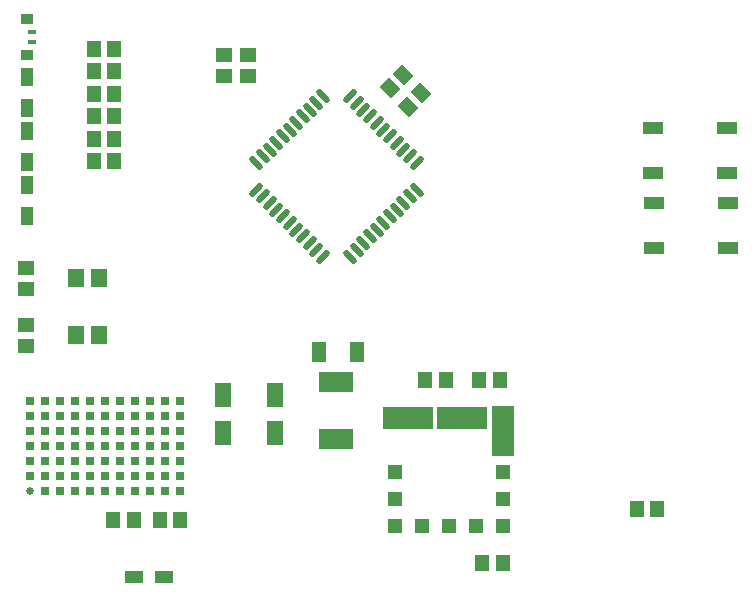
<source format=gtp>
G04 Layer_Color=8421504*
%FSLAX25Y25*%
%MOIN*%
G70*
G01*
G75*
%ADD10R,0.04528X0.05512*%
%ADD11R,0.05512X0.08268*%
%ADD12C,0.02500*%
%ADD13R,0.02500X0.02500*%
%ADD14R,0.05315X0.04528*%
G04:AMPARAMS|DCode=15|XSize=21.65mil|YSize=57.09mil|CornerRadius=0mil|HoleSize=0mil|Usage=FLASHONLY|Rotation=315.000|XOffset=0mil|YOffset=0mil|HoleType=Round|Shape=Round|*
%AMOVALD15*
21,1,0.03543,0.02165,0.00000,0.00000,45.0*
1,1,0.02165,-0.01253,-0.01253*
1,1,0.02165,0.01253,0.01253*
%
%ADD15OVALD15*%

G04:AMPARAMS|DCode=16|XSize=21.65mil|YSize=57.09mil|CornerRadius=0mil|HoleSize=0mil|Usage=FLASHONLY|Rotation=225.000|XOffset=0mil|YOffset=0mil|HoleType=Round|Shape=Round|*
%AMOVALD16*
21,1,0.03543,0.02165,0.00000,0.00000,315.0*
1,1,0.02165,-0.01253,0.01253*
1,1,0.02165,0.01253,-0.01253*
%
%ADD16OVALD16*%

%ADD17R,0.06693X0.03937*%
%ADD18R,0.04528X0.05315*%
%ADD19R,0.04528X0.06890*%
%ADD20R,0.04500X0.04500*%
%ADD21R,0.16500X0.07500*%
%ADD22R,0.07500X0.16500*%
%ADD23R,0.03937X0.05906*%
G04:AMPARAMS|DCode=24|XSize=55.12mil|YSize=45.28mil|CornerRadius=0mil|HoleSize=0mil|Usage=FLASHONLY|Rotation=315.000|XOffset=0mil|YOffset=0mil|HoleType=Round|Shape=Rectangle|*
%AMROTATEDRECTD24*
4,1,4,-0.03550,0.00348,-0.00348,0.03550,0.03550,-0.00348,0.00348,-0.03550,-0.03550,0.00348,0.0*
%
%ADD24ROTATEDRECTD24*%

%ADD25R,0.03150X0.01575*%
%ADD26R,0.03937X0.03543*%
%ADD27R,0.11614X0.06614*%
%ADD28R,0.05906X0.03937*%
%ADD29R,0.05512X0.05906*%
D10*
X50555Y25500D02*
D03*
X57445D02*
D03*
X145945Y72000D02*
D03*
X139055D02*
D03*
X157055D02*
D03*
X163945D02*
D03*
D11*
X71839Y67000D02*
D03*
X89161D02*
D03*
X71839Y54500D02*
D03*
X89161D02*
D03*
D12*
X7500Y35000D02*
D03*
D13*
Y40000D02*
D03*
Y45000D02*
D03*
Y50000D02*
D03*
Y55000D02*
D03*
Y60000D02*
D03*
Y65000D02*
D03*
X12500Y35000D02*
D03*
Y40000D02*
D03*
Y45000D02*
D03*
Y50000D02*
D03*
Y55000D02*
D03*
Y60000D02*
D03*
Y65000D02*
D03*
X17500Y35000D02*
D03*
Y40000D02*
D03*
Y45000D02*
D03*
Y50000D02*
D03*
Y55000D02*
D03*
Y60000D02*
D03*
Y65000D02*
D03*
X22500Y35000D02*
D03*
Y40000D02*
D03*
Y45000D02*
D03*
Y50000D02*
D03*
Y55000D02*
D03*
Y60000D02*
D03*
Y65000D02*
D03*
X27500Y35000D02*
D03*
Y40000D02*
D03*
Y45000D02*
D03*
Y50000D02*
D03*
Y55000D02*
D03*
Y60000D02*
D03*
Y65000D02*
D03*
X32500Y35000D02*
D03*
Y40000D02*
D03*
Y45000D02*
D03*
Y50000D02*
D03*
Y55000D02*
D03*
Y60000D02*
D03*
Y65000D02*
D03*
X37500Y35000D02*
D03*
Y40000D02*
D03*
Y45000D02*
D03*
Y50000D02*
D03*
Y55000D02*
D03*
Y60000D02*
D03*
Y65000D02*
D03*
X42500Y35000D02*
D03*
Y40000D02*
D03*
Y45000D02*
D03*
Y50000D02*
D03*
Y55000D02*
D03*
Y60000D02*
D03*
Y65000D02*
D03*
X47500Y35000D02*
D03*
Y40000D02*
D03*
Y45000D02*
D03*
Y50000D02*
D03*
Y55000D02*
D03*
Y60000D02*
D03*
Y65000D02*
D03*
X52500Y35000D02*
D03*
Y40000D02*
D03*
Y45000D02*
D03*
Y50000D02*
D03*
Y55000D02*
D03*
Y60000D02*
D03*
Y65000D02*
D03*
X57500Y35000D02*
D03*
Y40000D02*
D03*
Y45000D02*
D03*
Y50000D02*
D03*
Y55000D02*
D03*
Y60000D02*
D03*
Y65000D02*
D03*
D14*
X80000Y173555D02*
D03*
Y180445D02*
D03*
X72000Y173555D02*
D03*
Y180445D02*
D03*
X6000Y83555D02*
D03*
Y90445D02*
D03*
Y102555D02*
D03*
Y109445D02*
D03*
D15*
X136225Y144454D02*
D03*
X133998Y146681D02*
D03*
X131771Y148908D02*
D03*
X129544Y151136D02*
D03*
X127317Y153363D02*
D03*
X125090Y155590D02*
D03*
X122863Y157817D02*
D03*
X120635Y160044D02*
D03*
X118408Y162271D02*
D03*
X116181Y164498D02*
D03*
X113954Y166725D02*
D03*
X82775Y135546D02*
D03*
X85002Y133319D02*
D03*
X87229Y131092D02*
D03*
X89456Y128865D02*
D03*
X91683Y126637D02*
D03*
X93910Y124410D02*
D03*
X96137Y122183D02*
D03*
X98365Y119956D02*
D03*
X100592Y117729D02*
D03*
X102819Y115502D02*
D03*
X105046Y113275D02*
D03*
D16*
Y166725D02*
D03*
X102819Y164498D02*
D03*
X100592Y162271D02*
D03*
X98365Y160044D02*
D03*
X96137Y157817D02*
D03*
X93910Y155590D02*
D03*
X91683Y153363D02*
D03*
X89456Y151136D02*
D03*
X87229Y148908D02*
D03*
X85002Y146681D02*
D03*
X82775Y144454D02*
D03*
X113954Y113275D02*
D03*
X116181Y115502D02*
D03*
X118408Y117729D02*
D03*
X120635Y119956D02*
D03*
X122863Y122183D02*
D03*
X125090Y124410D02*
D03*
X127317Y126637D02*
D03*
X129544Y128865D02*
D03*
X131771Y131092D02*
D03*
X133998Y133319D02*
D03*
X136225Y135546D02*
D03*
D17*
X215000Y141000D02*
D03*
X239803D02*
D03*
X215000Y155961D02*
D03*
X239803D02*
D03*
X240000Y131000D02*
D03*
X215197D02*
D03*
X240000Y116039D02*
D03*
X215197D02*
D03*
D18*
X209555Y29000D02*
D03*
X216445D02*
D03*
X28555Y152500D02*
D03*
X35445D02*
D03*
X28555Y160000D02*
D03*
X35445D02*
D03*
X28555Y175000D02*
D03*
X35445D02*
D03*
X28555Y167500D02*
D03*
X35445D02*
D03*
X28555Y182500D02*
D03*
X35445D02*
D03*
X28555Y145000D02*
D03*
X35445D02*
D03*
X158055Y11000D02*
D03*
X164945D02*
D03*
X41945Y25500D02*
D03*
X35055D02*
D03*
D19*
X103602Y81500D02*
D03*
X116398D02*
D03*
D20*
X129000Y23500D02*
D03*
X138000D02*
D03*
X129000Y32500D02*
D03*
Y41500D02*
D03*
X156000Y23500D02*
D03*
X147000D02*
D03*
X165000D02*
D03*
Y41500D02*
D03*
Y32500D02*
D03*
D21*
X133500Y59500D02*
D03*
X151500D02*
D03*
D22*
X165000Y55000D02*
D03*
D23*
X6500Y144882D02*
D03*
Y155118D02*
D03*
Y162882D02*
D03*
Y173118D02*
D03*
Y126882D02*
D03*
Y137118D02*
D03*
D24*
X131665Y173789D02*
D03*
X133335Y163211D02*
D03*
X137789Y167665D02*
D03*
X127211Y169335D02*
D03*
D25*
X8075Y188075D02*
D03*
Y184925D02*
D03*
D26*
X6500Y192405D02*
D03*
Y180595D02*
D03*
D27*
X109500Y52591D02*
D03*
Y71409D02*
D03*
D28*
X52118Y6500D02*
D03*
X41882D02*
D03*
D29*
X22563Y87000D02*
D03*
X30437D02*
D03*
X22563Y106000D02*
D03*
X30437D02*
D03*
M02*

</source>
